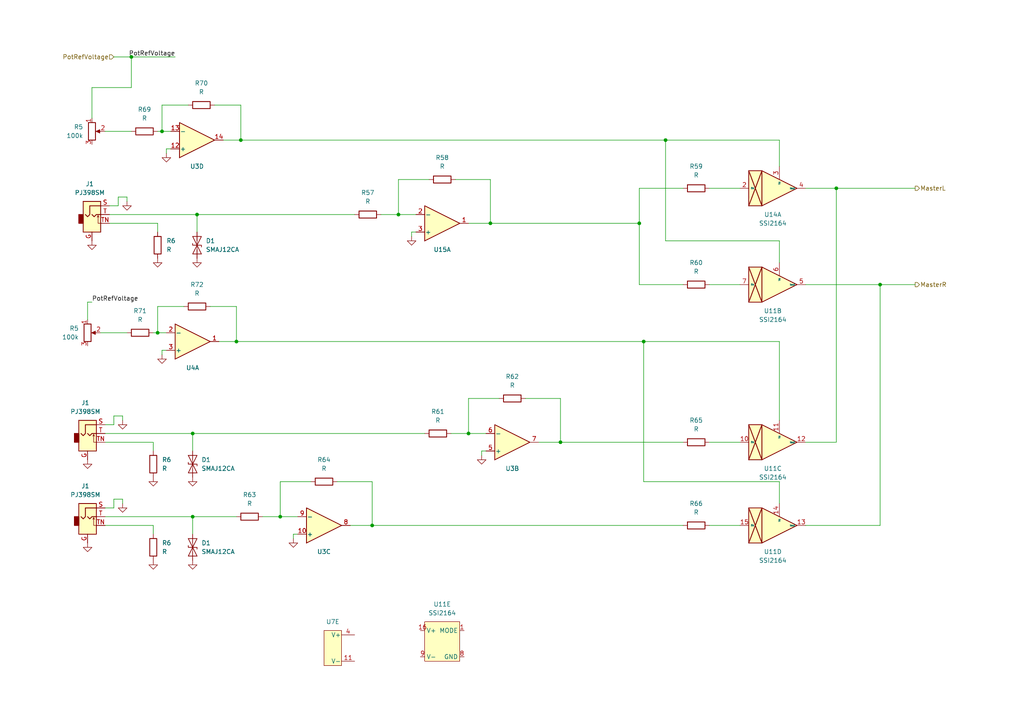
<source format=kicad_sch>
(kicad_sch (version 20230121) (generator eeschema)
  (paper "A4")
  (lib_symbols
    (symbol "Device:R" (pin_numbers hide) (pin_names (offset 0))
      (property "Reference" "R" (at 2.032 0 90))
      (property "Value" "R" (at 0 0 90))
      (symbol "R_0_1"
        (rectangle (start -1.016 -2.54) (end 1.016 2.54) (stroke (width 0.254)))
      )
      (symbol "R_1_1"
        (pin passive line (at 0 3.81 270) (length 1.27) (name "~") (number "1"))
        (pin passive line (at 0 -3.81 90) (length 1.27) (name "~") (number "2"))
      )
    )
    (symbol "Diode:SMAJ12CA" (pin_numbers hide) (pin_names (offset 1.016) hide)
      (property "Reference" "D" (at 0 2.54 0))
      (property "Value" "SMAJ12CA" (at 0 -2.54 0))
      (symbol "SMAJ12CA_0_1"
        (polyline (pts (xy 1.27 0) (xy -1.27 0)))
        (polyline (pts (xy -2.54 -1.27) (xy 0 0) (xy -2.54 1.27) (xy -2.54 -1.27)) (stroke (width 0.2032)))
        (polyline (pts (xy 0.508 1.27) (xy 0 1.27) (xy 0 -1.27) (xy -0.508 -1.27)) (stroke (width 0.2032)))
        (polyline (pts (xy 2.54 1.27) (xy 2.54 -1.27) (xy 0 0) (xy 2.54 1.27)) (stroke (width 0.2032)))
      )
      (symbol "SMAJ12CA_1_1"
        (pin passive line (at -3.81 0 0) (length 2.54) (name "A1") (number "1"))
        (pin passive line (at 3.81 0 180) (length 2.54) (name "A2") (number "2"))
      )
    )
    (symbol "WillItBlend:PJ398SM"
      (property "Reference" "J" (at 0 8.89 0))
      (property "Value" "PJ398SM" (at 0 6.35 0))
      (symbol "PJ398SM_0_1"
        (rectangle (start -2.54 0) (end -3.81 -2.54) (stroke (width 0.254)) (fill (type outline)))
        (polyline (pts (xy 1.778 -0.254) (xy 2.032 -0.762)))
        (polyline (pts (xy 0 0) (xy 0.635 -0.635) (xy 1.27 0) (xy 2.54 0)) (stroke (width 0.254)))
        (polyline (pts (xy 2.54 -2.54) (xy 1.778 -2.54) (xy 1.778 -0.254) (xy 1.524 -0.762)))
        (polyline (pts (xy 2.54 2.54) (xy -0.635 2.54) (xy -0.635 0) (xy -1.27 -0.635) (xy -1.905 0)) (stroke (width 0.254)))
        (rectangle (start 2.54 3.81) (end -2.54 -5.08) (stroke (width 0.254)) (fill (type background)))
      )
      (symbol "PJ398SM_1_1"
        (pin passive line (at 0 -7.62 90) (length 2.54) (name "~") (number "G"))
        (pin passive line (at 5.08 2.54 180) (length 2.54) (name "~") (number "S"))
        (pin passive line (at 5.08 0 180) (length 2.54) (name "~") (number "T"))
        (pin passive line (at 5.08 -2.54 180) (length 2.54) (name "~") (number "TN"))
      )
    )
    (symbol "WillItBlend:R0904N-B100K-L25-KQ" (pin_names (offset 1.016) hide)
      (property "Reference" "R" (at -5.08 1.27 0))
      (property "Value" "100k" (at -3.81 -1.27 0))
      (symbol "R0904N-B100K-L25-KQ_0_1"
        (polyline (pts (xy 2.54 0) (xy 1.524 0)))
        (polyline (pts (xy 1.143 0) (xy 2.286 0.508) (xy 2.286 -0.508) (xy 1.143 0)) (fill (type outline)))
        (rectangle (start 1.016 2.54) (end -1.016 -2.54) (stroke (width 0.254)))
      )
      (symbol "R0904N-B100K-L25-KQ_1_1"
        (pin passive line (at 0 3.81 270) (length 1.27) (name "1") (number "1"))
        (pin passive line (at 3.81 0 180) (length 1.27) (name "2") (number "2"))
        (pin passive line (at 0 -3.81 90) (length 1.27) (name "3") (number "3"))
      )
    )
    (symbol "WillItBlend:SSI2164-multiunit"
      (property "Reference" "U" (at -8.89 7.62 0))
      (property "Value" "SSI2164" (at -5.08 0 0))
      (symbol "SSI2164-multiunit_1_1"
        (polyline (pts (xy -8.89 -5.08) (xy -5.08 5.08) (xy -5.08 -5.08) (xy -8.89 5.08)) (stroke (width 0.254)))
        (polyline (pts (xy -5.08 5.08) (xy 5.08 0) (xy -5.08 -5.08) (xy -8.89 -5.08) (xy -8.89 5.08) (xy -5.08 5.08)) (stroke (width 0.254)) (fill (type background)))
        (pin input line (at -11.43 0 0) (length 2.54) (name "Iin") (number "2"))
        (pin input line (at 0 6.35 270) (length 3.8) (name "Vc") (number "3"))
        (pin output line (at 7.62 0 180) (length 2.54) (name "Iout") (number "4"))
      )
      (symbol "SSI2164-multiunit_2_1"
        (polyline (pts (xy -8.89 -5.08) (xy -5.08 5.08) (xy -5.08 -5.08) (xy -8.89 5.08)) (stroke (width 0.254)))
        (polyline (pts (xy -5.08 5.08) (xy 5.08 0) (xy -5.08 -5.08) (xy -8.89 -5.08) (xy -8.89 5.08) (xy -5.08 5.08)) (stroke (width 0.254)) (fill (type background)))
        (pin output line (at 7.62 0 180) (length 2.54) (name "Iout") (number "5"))
        (pin input line (at 0 6.35 270) (length 3.8) (name "Vc") (number "6"))
        (pin input line (at -11.43 0 0) (length 2.54) (name "Iin") (number "7"))
      )
      (symbol "SSI2164-multiunit_3_1"
        (polyline (pts (xy -8.89 -5.08) (xy -5.08 5.08) (xy -5.08 -5.08) (xy -8.89 5.08)) (stroke (width 0.254)))
        (polyline (pts (xy -5.08 5.08) (xy 5.08 0) (xy -5.08 -5.08) (xy -8.89 -5.08) (xy -8.89 5.08) (xy -5.08 5.08)) (stroke (width 0.254)) (fill (type background)))
        (pin input line (at -11.43 0 0) (length 2.54) (name "Iin") (number "10"))
        (pin input line (at 0 6.35 270) (length 3.8) (name "Vc") (number "11"))
        (pin output line (at 7.62 0 180) (length 2.54) (name "Iout") (number "12"))
      )
      (symbol "SSI2164-multiunit_4_1"
        (polyline (pts (xy -8.89 -5.08) (xy -5.08 5.08) (xy -5.08 -5.08) (xy -8.89 5.08)) (stroke (width 0.254)))
        (polyline (pts (xy -5.08 5.08) (xy 5.08 0) (xy -5.08 -5.08) (xy -8.89 -5.08) (xy -8.89 5.08) (xy -5.08 5.08)) (stroke (width 0.254)) (fill (type background)))
        (pin output line (at 7.62 0 180) (length 2.54) (name "Iout") (number "13"))
        (pin input line (at 0 6.35 270) (length 3.8) (name "Vc") (number "14"))
        (pin input line (at -11.43 0 0) (length 2.54) (name "Iin") (number "15"))
      )
      (symbol "SSI2164-multiunit_5_1"
        (rectangle (start -5.08 6.35) (end 5.08 -5.08) (fill (type background)))
        (pin power_in line (at 6.35 3.81 180) (length 1.27) (name "MODE") (number "1"))
        (pin power_in line (at -6.35 3.81 0) (length 1.27) (name "V+") (number "16"))
        (pin power_in line (at 6.35 -3.81 180) (length 1.27) (name "GND") (number "8"))
        (pin power_in line (at -6.35 -3.81 0) (length 1.27) (name "V-") (number "9"))
      )
    )
    (symbol "WillItBlend:TL074HIDYYR" (pin_names (offset 0.127))
      (property "Reference" "U" (at 0 5.08 0))
      (symbol "TL074HIDYYR_1_1"
        (polyline (pts (xy -5.08 5.08) (xy 5.08 0) (xy -5.08 -5.08) (xy -5.08 5.08)) (stroke (width 0.254)) (fill (type background)))
        (pin output line (at 7.62 0 180) (length 2.54) (name "~") (number "1"))
        (pin input line (at -7.62 -2.54 0) (length 2.54) (name "-") (number "2"))
        (pin input line (at -7.62 2.54 0) (length 2.54) (name "+") (number "3"))
      )
      (symbol "TL074HIDYYR_2_1"
        (polyline (pts (xy -5.08 5.08) (xy 5.08 0) (xy -5.08 -5.08) (xy -5.08 5.08)) (stroke (width 0.254)) (fill (type background)))
        (pin input line (at -7.62 2.54 0) (length 2.54) (name "+") (number "5"))
        (pin input line (at -7.62 -2.54 0) (length 2.54) (name "-") (number "6"))
        (pin output line (at 7.62 0 180) (length 2.54) (name "~") (number "7"))
      )
      (symbol "TL074HIDYYR_3_1"
        (polyline (pts (xy -5.08 5.08) (xy 5.08 0) (xy -5.08 -5.08) (xy -5.08 5.08)) (stroke (width 0.254)) (fill (type background)))
        (pin input line (at -7.62 2.54 0) (length 2.54) (name "+") (number "10"))
        (pin output line (at 7.62 0 180) (length 2.54) (name "~") (number "8"))
        (pin input line (at -7.62 -2.54 0) (length 2.54) (name "-") (number "9"))
      )
      (symbol "TL074HIDYYR_4_1"
        (polyline (pts (xy -5.08 5.08) (xy 5.08 0) (xy -5.08 -5.08) (xy -5.08 5.08)) (stroke (width 0.254)) (fill (type background)))
        (pin input line (at -7.62 2.54 0) (length 2.54) (name "+") (number "12"))
        (pin input line (at -7.62 -2.54 0) (length 2.54) (name "-") (number "13"))
        (pin output line (at 7.62 0 180) (length 2.54) (name "~") (number "14"))
      )
      (symbol "TL074HIDYYR_5_1"
        (rectangle (start -2.54 5.08) (end 2.54 -5.08) (fill (type background)))
        (pin power_in line (at 6.35 -3.81 180) (length 3.81) (name "V-") (number "11"))
        (pin power_in line (at 6.35 3.81 180) (length 3.81) (name "V+") (number "4"))
      )
    )
    (symbol "power:GND" (power) (pin_names (offset 0))
      (property "Value" "GND" (at 0 -3.81 0))
      (symbol "GND_0_1"
        (polyline (pts (xy 0 0) (xy 0 -1.27) (xy 1.27 -1.27) (xy 0 -2.54) (xy -1.27 -1.27) (xy 0 -1.27)))
      )
      (symbol "GND_1_1"
        (pin power_in line (at 0 0 270) (length 0) hide (name "GND") (number "1"))
      )
    )
  )
  (junction (at 115.57 62.23))
  (junction (at 81.28 149.86))
  (junction (at 45.72 96.52))
  (junction (at 185.42 64.77))
  (junction (at 242.57 54.61))
  (junction (at 69.85 40.64))
  (junction (at 55.88 149.86))
  (junction (at 57.15 62.23))
  (junction (at 68.58 99.06))
  (junction (at 107.95 152.4))
  (junction (at 162.56 128.27))
  (junction (at 255.27 82.55))
  (junction (at 193.04 40.64))
  (junction (at 55.88 125.73))
  (junction (at 186.69 99.06))
  (junction (at 135.89 125.73))
  (junction (at 38.1 16.51))
  (junction (at 46.99 38.1))
  (junction (at 142.24 64.77))
  (wire (pts (xy 35.56 120.65) (xy 35.56 121.92)))
  (wire (pts (xy 205.74 128.27) (xy 214.63 128.27)))
  (wire (pts (xy 124.46 52.07) (xy 115.57 52.07)))
  (wire (pts (xy 33.02 120.65) (xy 35.56 120.65)))
  (wire (pts (xy 45.72 96.52) (xy 48.26 96.52)))
  (wire (pts (xy 115.57 52.07) (xy 115.57 62.23)))
  (wire (pts (xy 162.56 115.57) (xy 152.4 115.57)))
  (wire (pts (xy 233.68 152.4) (xy 255.27 152.4)))
  (wire (pts (xy 233.68 82.55) (xy 255.27 82.55)))
  (wire (pts (xy 55.88 125.73) (xy 55.88 130.81)))
  (wire (pts (xy 85.09 156.21) (xy 85.09 154.94)))
  (wire (pts (xy 186.69 139.7) (xy 186.69 99.06)))
  (wire (pts (xy 135.89 115.57) (xy 135.89 125.73)))
  (wire (pts (xy 101.6 152.4) (xy 107.95 152.4)))
  (wire (pts (xy 69.85 30.48) (xy 69.85 40.64)))
  (wire (pts (xy 162.56 115.57) (xy 162.56 128.27)))
  (wire (pts (xy 233.68 54.61) (xy 242.57 54.61)))
  (wire (pts (xy 64.77 40.64) (xy 69.85 40.64)))
  (wire (pts (xy 226.06 40.64) (xy 226.06 48.26)))
  (wire (pts (xy 25.4 92.71) (xy 25.4 87.63)))
  (wire (pts (xy 45.72 88.9) (xy 45.72 96.52)))
  (wire (pts (xy 81.28 139.7) (xy 81.28 149.86)))
  (wire (pts (xy 226.06 146.05) (xy 226.06 139.7)))
  (wire (pts (xy 35.56 144.78) (xy 35.56 146.05)))
  (wire (pts (xy 110.49 62.23) (xy 115.57 62.23)))
  (wire (pts (xy 193.04 40.64) (xy 193.04 69.85)))
  (wire (pts (xy 62.23 30.48) (xy 69.85 30.48)))
  (wire (pts (xy 135.89 125.73) (xy 140.97 125.73)))
  (wire (pts (xy 68.58 99.06) (xy 186.69 99.06)))
  (wire (pts (xy 44.45 128.27) (xy 44.45 130.81)))
  (wire (pts (xy 119.38 68.58) (xy 119.38 67.31)))
  (wire (pts (xy 53.34 88.9) (xy 45.72 88.9)))
  (wire (pts (xy 30.48 125.73) (xy 55.88 125.73)))
  (wire (pts (xy 162.56 128.27) (xy 198.12 128.27)))
  (wire (pts (xy 68.58 88.9) (xy 68.58 99.06)))
  (wire (pts (xy 69.85 40.64) (xy 193.04 40.64)))
  (wire (pts (xy 186.69 99.06) (xy 226.06 99.06)))
  (wire (pts (xy 30.48 38.1) (xy 38.1 38.1)))
  (wire (pts (xy 31.75 64.77) (xy 45.72 64.77)))
  (wire (pts (xy 34.29 59.69) (xy 34.29 57.15)))
  (wire (pts (xy 45.72 64.77) (xy 45.72 67.31)))
  (wire (pts (xy 139.7 132.08) (xy 139.7 130.81)))
  (wire (pts (xy 45.72 38.1) (xy 46.99 38.1)))
  (wire (pts (xy 44.45 152.4) (xy 44.45 154.94)))
  (wire (pts (xy 119.38 67.31) (xy 120.65 67.31)))
  (wire (pts (xy 29.21 96.52) (xy 36.83 96.52)))
  (wire (pts (xy 226.06 76.2) (xy 226.06 69.85)))
  (wire (pts (xy 31.75 62.23) (xy 57.15 62.23)))
  (wire (pts (xy 31.75 59.69) (xy 34.29 59.69)))
  (wire (pts (xy 49.53 43.18) (xy 48.26 43.18)))
  (wire (pts (xy 214.63 54.61) (xy 205.74 54.61)))
  (wire (pts (xy 198.12 54.61) (xy 185.42 54.61)))
  (wire (pts (xy 48.26 101.6) (xy 46.99 101.6)))
  (wire (pts (xy 50.8 16.51) (xy 38.1 16.51)))
  (wire (pts (xy 90.17 139.7) (xy 81.28 139.7)))
  (wire (pts (xy 233.68 128.27) (xy 242.57 128.27)))
  (wire (pts (xy 38.1 25.4) (xy 38.1 16.51)))
  (wire (pts (xy 193.04 40.64) (xy 226.06 40.64)))
  (wire (pts (xy 44.45 96.52) (xy 45.72 96.52)))
  (wire (pts (xy 57.15 62.23) (xy 57.15 67.31)))
  (wire (pts (xy 205.74 152.4) (xy 214.63 152.4)))
  (wire (pts (xy 54.61 30.48) (xy 46.99 30.48)))
  (wire (pts (xy 30.48 128.27) (xy 44.45 128.27)))
  (wire (pts (xy 226.06 139.7) (xy 186.69 139.7)))
  (wire (pts (xy 46.99 30.48) (xy 46.99 38.1)))
  (wire (pts (xy 185.42 64.77) (xy 185.42 54.61)))
  (wire (pts (xy 142.24 52.07) (xy 142.24 64.77)))
  (wire (pts (xy 107.95 152.4) (xy 198.12 152.4)))
  (wire (pts (xy 255.27 152.4) (xy 255.27 82.55)))
  (wire (pts (xy 144.78 115.57) (xy 135.89 115.57)))
  (wire (pts (xy 36.83 57.15) (xy 36.83 58.42)))
  (wire (pts (xy 226.06 99.06) (xy 226.06 121.92)))
  (wire (pts (xy 255.27 82.55) (xy 265.43 82.55)))
  (wire (pts (xy 26.67 25.4) (xy 38.1 25.4)))
  (wire (pts (xy 48.26 43.18) (xy 48.26 44.45)))
  (wire (pts (xy 242.57 54.61) (xy 265.43 54.61)))
  (wire (pts (xy 63.5 99.06) (xy 68.58 99.06)))
  (wire (pts (xy 198.12 82.55) (xy 185.42 82.55)))
  (wire (pts (xy 107.95 139.7) (xy 107.95 152.4)))
  (wire (pts (xy 33.02 123.19) (xy 33.02 120.65)))
  (wire (pts (xy 76.2 149.86) (xy 81.28 149.86)))
  (wire (pts (xy 33.02 144.78) (xy 35.56 144.78)))
  (wire (pts (xy 34.29 57.15) (xy 36.83 57.15)))
  (wire (pts (xy 85.09 154.94) (xy 86.36 154.94)))
  (wire (pts (xy 25.4 87.63) (xy 26.67 87.63)))
  (wire (pts (xy 30.48 149.86) (xy 55.88 149.86)))
  (wire (pts (xy 115.57 62.23) (xy 120.65 62.23)))
  (wire (pts (xy 30.48 152.4) (xy 44.45 152.4)))
  (wire (pts (xy 130.81 125.73) (xy 135.89 125.73)))
  (wire (pts (xy 57.15 62.23) (xy 102.87 62.23)))
  (wire (pts (xy 46.99 38.1) (xy 49.53 38.1)))
  (wire (pts (xy 33.02 147.32) (xy 33.02 144.78)))
  (wire (pts (xy 142.24 52.07) (xy 132.08 52.07)))
  (wire (pts (xy 60.96 88.9) (xy 68.58 88.9)))
  (wire (pts (xy 38.1 16.51) (xy 33.02 16.51)))
  (wire (pts (xy 55.88 125.73) (xy 123.19 125.73)))
  (wire (pts (xy 30.48 123.19) (xy 33.02 123.19)))
  (wire (pts (xy 26.67 34.29) (xy 26.67 25.4)))
  (wire (pts (xy 30.48 147.32) (xy 33.02 147.32)))
  (wire (pts (xy 107.95 139.7) (xy 97.79 139.7)))
  (wire (pts (xy 55.88 149.86) (xy 68.58 149.86)))
  (wire (pts (xy 46.99 101.6) (xy 46.99 102.87)))
  (wire (pts (xy 135.89 64.77) (xy 142.24 64.77)))
  (wire (pts (xy 214.63 82.55) (xy 205.74 82.55)))
  (wire (pts (xy 139.7 130.81) (xy 140.97 130.81)))
  (wire (pts (xy 81.28 149.86) (xy 86.36 149.86)))
  (wire (pts (xy 185.42 64.77) (xy 142.24 64.77)))
  (wire (pts (xy 226.06 69.85) (xy 193.04 69.85)))
  (wire (pts (xy 55.88 149.86) (xy 55.88 154.94)))
  (wire (pts (xy 185.42 82.55) (xy 185.42 64.77)))
  (wire (pts (xy 156.21 128.27) (xy 162.56 128.27)))
  (wire (pts (xy 242.57 128.27) (xy 242.57 54.61)))
  (label "PotRefVoltage" (at 50.8 16.51 180))
  (label "PotRefVoltage" (at 26.67 87.63 0))
  (hierarchical_label "PotRefVoltage" (shape input) (at 33.02 16.51 180))
  (hierarchical_label "MasterR" (shape output) (at 265.43 82.55 0))
  (hierarchical_label "MasterL" (shape output) (at 265.43 54.61 0))
  (symbol (lib_id "WillItBlend:SSI2164-multiunit") (at 226.06 128.27 0) (unit 3)
    (property "Reference" "U11" (at 224.155 135.89 0))
    (property "Value" "SSI2164" (at 224.155 138.43 0))
    (property "Footprint" "Package_SO:SOIC-16_3.9x9.9mm_P1.27mm" (effects hide))
    (property "Datasheet" "http://www.soundsemiconductor.com/downloads/ssi2164datasheet.pdf" (effects hide))
  )
  (symbol (lib_id "Device:R") (at 44.45 134.62 0) (unit 1)
    (property "Reference" "R6" (at 46.99 133.35 0) (effects (justify left)))
    (property "Value" "R" (at 46.99 135.89 0) (effects (justify left)))
    (property "Footprint" "Resistor_SMD:R_0402_1005Metric_Pad0.72x0.64mm_HandSolder" (effects hide))
    (instances (project "WillItBlend" (path "" (reference "R6") (unit 1)) (path "" (reference "R55") (unit 1))))
  )
  (symbol (lib_id "power:GND") (at 25.4 133.35 0) (unit 1)
    (property "Reference" "#PWR013" (effects hide))
    (property "Value" "GND" (effects hide))
    (instances (project "WillItBlend" (path "" (reference "#PWR013") (unit 1)) (path "" (reference "#PWR057") (unit 1))))
  )
  (symbol (lib_id "WillItBlend:SSI2164-multiunit") (at 128.27 186.69 0) (unit 5)
    (property "Reference" "U11" (at 128.27 175.26 0))
    (property "Value" "SSI2164" (at 128.27 177.8 0))
    (property "Footprint" "Package_SO:SOIC-16_3.9x9.9mm_P1.27mm" (effects hide))
    (property "Datasheet" "http://www.soundsemiconductor.com/downloads/ssi2164datasheet.pdf" (effects hide))
  )
  (symbol (lib_id "Diode:SMAJ12CA") (at 55.88 158.75 90) (unit 1)
    (property "Reference" "D1" (at 58.42 157.48 90) (effects (justify right)))
    (property "Value" "SMAJ12CA" (at 58.42 160.02 90) (effects (justify right)))
    (property "Footprint" "Diode_SMD:D_SMA" (effects hide))
    (property "Datasheet" "https://www.littelfuse.com/media?resourcetype=datasheets&itemid=75e32973-b177-4ee3-a0ff-cedaf1abdb93&filename=smaj-datasheet" (effects hide))
    (instances (project "WillItBlend" (path "" (reference "D1") (unit 1)) (path "" (reference "D16") (unit 1))))
  )
  (symbol (lib_id "Device:R") (at 201.93 152.4 90) (unit 1)
    (property "Reference" "R66" (at 201.93 146.05 90))
    (property "Value" "R" (at 201.93 148.59 90))
  )
  (symbol (lib_id "power:GND") (at 44.45 138.43 0) (unit 1)
    (property "Reference" "#PWR022" (effects hide))
    (property "Value" "GND" (effects hide))
    (instances (project "WillItBlend" (path "" (reference "#PWR022") (unit 1)) (path "" (reference "#PWR059") (unit 1))))
  )
  (symbol (lib_id "Device:R") (at 44.45 158.75 0) (unit 1)
    (property "Reference" "R6" (at 46.99 157.48 0) (effects (justify left)))
    (property "Value" "R" (at 46.99 160.02 0) (effects (justify left)))
    (property "Footprint" "Resistor_SMD:R_0402_1005Metric_Pad0.72x0.64mm_HandSolder" (effects hide))
    (instances (project "WillItBlend" (path "" (reference "R6") (unit 1)) (path "" (reference "R56") (unit 1))))
  )
  (symbol (lib_id "Device:R") (at 201.93 54.61 90) (unit 1)
    (property "Reference" "R59" (at 201.93 48.26 90))
    (property "Value" "R" (at 201.93 50.8 90))
  )
  (symbol (lib_id "power:GND") (at 44.45 162.56 0) (unit 1)
    (property "Reference" "#PWR022" (effects hide))
    (property "Value" "GND" (effects hide))
    (instances (project "WillItBlend" (path "" (reference "#PWR022") (unit 1)) (path "" (reference "#PWR063") (unit 1))))
  )
  (symbol (lib_id "power:GND") (at 48.26 44.45 0) (unit 1)
    (property "Reference" "#PWR021" (effects hide))
    (property "Value" "GND" (effects hide))
    (instances (project "WillItBlend" (path "" (reference "#PWR021") (unit 1)) (path "" (reference "#PWR069") (unit 1))))
  )
  (symbol (lib_id "power:GND") (at 139.7 132.08 0) (unit 1)
    (property "Reference" "#PWR021" (effects hide))
    (property "Value" "GND" (effects hide))
    (instances (project "WillItBlend" (path "" (reference "#PWR021") (unit 1)) (path "" (reference "#PWR066") (unit 1))))
  )
  (symbol (lib_id "Diode:SMAJ12CA") (at 57.15 71.12 90) (unit 1)
    (property "Reference" "D1" (at 59.69 69.85 90) (effects (justify right)))
    (property "Value" "SMAJ12CA" (at 59.69 72.39 90) (effects (justify right)))
    (property "Footprint" "Diode_SMD:D_SMA" (effects hide))
    (property "Datasheet" "https://www.littelfuse.com/media?resourcetype=datasheets&itemid=75e32973-b177-4ee3-a0ff-cedaf1abdb93&filename=smaj-datasheet" (effects hide))
    (instances (project "WillItBlend" (path "" (reference "D1") (unit 1)) (path "" (reference "D14") (unit 1))))
  )
  (symbol (lib_id "power:GND") (at 57.15 74.93 0) (unit 1)
    (property "Reference" "#PWR024" (effects hide))
    (property "Value" "GND" (effects hide))
    (instances (project "WillItBlend" (path "" (reference "#PWR024") (unit 1)) (path "" (reference "#PWR056") (unit 1))))
  )
  (symbol (lib_id "Device:R") (at 201.93 82.55 90) (unit 1)
    (property "Reference" "R60" (at 201.93 76.2 90))
    (property "Value" "R" (at 201.93 78.74 90))
  )
  (symbol (lib_id "Device:R") (at 45.72 71.12 0) (unit 1)
    (property "Reference" "R6" (at 48.26 69.85 0) (effects (justify left)))
    (property "Value" "R" (at 48.26 72.39 0) (effects (justify left)))
    (property "Footprint" "Resistor_SMD:R_0402_1005Metric_Pad0.72x0.64mm_HandSolder" (effects hide))
    (instances (project "WillItBlend" (path "" (reference "R6") (unit 1)) (path "" (reference "R53") (unit 1))))
  )
  (symbol (lib_id "Device:R") (at 57.15 88.9 90) (unit 1)
    (property "Reference" "R72" (at 57.15 82.55 90))
    (property "Value" "R" (at 57.15 85.09 90))
  )
  (symbol (lib_id "WillItBlend:SSI2164-multiunit") (at 226.06 82.55 0) (unit 2)
    (property "Reference" "U11" (at 224.155 90.17 0))
    (property "Value" "SSI2164" (at 224.155 92.71 0))
    (property "Footprint" "Package_SO:SOIC-16_3.9x9.9mm_P1.27mm" (effects hide))
    (property "Datasheet" "http://www.soundsemiconductor.com/downloads/ssi2164datasheet.pdf" (effects hide))
  )
  (symbol (lib_id "Device:R") (at 201.93 128.27 90) (unit 1)
    (property "Reference" "R65" (at 201.93 121.92 90))
    (property "Value" "R" (at 201.93 124.46 90))
  )
  (symbol (lib_id "power:GND") (at 26.67 69.85 0) (unit 1)
    (property "Reference" "#PWR013" (effects hide))
    (property "Value" "GND" (effects hide))
    (instances (project "WillItBlend" (path "" (reference "#PWR013") (unit 1)) (path "" (reference "#PWR052") (unit 1))))
  )
  (symbol (lib_id "power:GND") (at 25.4 157.48 0) (unit 1)
    (property "Reference" "#PWR013" (effects hide))
    (property "Value" "GND" (effects hide))
    (instances (project "WillItBlend" (path "" (reference "#PWR013") (unit 1)) (path "" (reference "#PWR061") (unit 1))))
  )
  (symbol (lib_id "Device:R") (at 93.98 139.7 90) (unit 1)
    (property "Reference" "R64" (at 93.98 133.35 90))
    (property "Value" "R" (at 93.98 135.89 90))
  )
  (symbol (lib_id "Device:R") (at 148.59 115.57 90) (unit 1)
    (property "Reference" "R62" (at 148.59 109.22 90))
    (property "Value" "R" (at 148.59 111.76 90))
  )
  (symbol (lib_id "power:GND") (at 46.99 102.87 0) (unit 1)
    (property "Reference" "#PWR021" (effects hide))
    (property "Value" "GND" (effects hide))
    (instances (project "WillItBlend" (path "" (reference "#PWR021") (unit 1)) (path "" (reference "#PWR068") (unit 1))))
  )
  (symbol (lib_id "Device:R") (at 41.91 38.1 90) (unit 1)
    (property "Reference" "R69" (at 41.91 31.75 90))
    (property "Value" "R" (at 41.91 34.29 90))
  )
  (symbol (lib_id "power:GND") (at 45.72 74.93 0) (unit 1)
    (property "Reference" "#PWR022" (effects hide))
    (property "Value" "GND" (effects hide))
    (instances (project "WillItBlend" (path "" (reference "#PWR022") (unit 1)) (path "" (reference "#PWR055") (unit 1))))
  )
  (symbol (lib_id "power:GND") (at 55.88 138.43 0) (unit 1)
    (property "Reference" "#PWR024" (effects hide))
    (property "Value" "GND" (effects hide))
    (instances (project "WillItBlend" (path "" (reference "#PWR024") (unit 1)) (path "" (reference "#PWR060") (unit 1))))
  )
  (symbol (lib_id "WillItBlend:TL074HIDYYR") (at 55.88 99.06 0) (mirror x) (unit 1)
    (property "Reference" "U4" (at 55.88 106.68 0))
    (property "Value" "TL074HIDYYR" (effects hide))
    (property "Footprint" "WillItBlend:SOT-23-THIN" (effects hide))
    (property "Datasheet" "http://www.ti.com/lit/ds/symlink/tl071.pdf" (effects hide))
  )
  (symbol (lib_id "power:GND") (at 55.88 162.56 0) (unit 1)
    (property "Reference" "#PWR024" (effects hide))
    (property "Value" "GND" (effects hide))
    (instances (project "WillItBlend" (path "" (reference "#PWR024") (unit 1)) (path "" (reference "#PWR064") (unit 1))))
  )
  (symbol (lib_id "Device:R") (at 40.64 96.52 90) (unit 1)
    (property "Reference" "R71" (at 40.64 90.17 90))
    (property "Value" "R" (at 40.64 92.71 90))
  )
  (symbol (lib_id "power:GND") (at 85.09 156.21 0) (unit 1)
    (property "Reference" "#PWR021" (effects hide))
    (property "Value" "GND" (effects hide))
    (instances (project "WillItBlend" (path "" (reference "#PWR021") (unit 1)) (path "" (reference "#PWR067") (unit 1))))
  )
  (symbol (lib_id "Diode:SMAJ12CA") (at 55.88 134.62 90) (unit 1)
    (property "Reference" "D1" (at 58.42 133.35 90) (effects (justify right)))
    (property "Value" "SMAJ12CA" (at 58.42 135.89 90) (effects (justify right)))
    (property "Footprint" "Diode_SMD:D_SMA" (effects hide))
    (property "Datasheet" "https://www.littelfuse.com/media?resourcetype=datasheets&itemid=75e32973-b177-4ee3-a0ff-cedaf1abdb93&filename=smaj-datasheet" (effects hide))
    (instances (project "WillItBlend" (path "" (reference "D1") (unit 1)) (path "" (reference "D15") (unit 1))))
  )
  (symbol (lib_id "power:GND") (at 119.38 68.58 0) (unit 1)
    (property "Reference" "#PWR021" (effects hide))
    (property "Value" "GND" (effects hide))
    (instances (project "WillItBlend" (path "" (reference "#PWR021") (unit 1)) (path "" (reference "#PWR065") (unit 1))))
  )
  (symbol (lib_id "WillItBlend:PJ398SM") (at 26.67 62.23 0) (unit 1)
    (property "Reference" "J1" (at 26.035 53.34 0))
    (property "Value" "PJ398SM" (at 26.035 55.88 0))
    (property "Footprint" "WillItBlend:PJ398SM" (effects hide))
    (property "Datasheet" "https://www.thonk.co.uk/wp-content/uploads/2018/07/Thonkiconn_Jack_Datasheet-new.jpg" (effects hide))
    (instances (project "WillItBlend" (path "" (reference "J1") (unit 1)) (path "" (reference "J3") (unit 1))))
  )
  (symbol (lib_id "WillItBlend:SSI2164-multiunit") (at 226.06 152.4 0) (unit 4)
    (property "Reference" "U11" (at 224.155 160.02 0))
    (property "Value" "SSI2164" (at 224.155 162.56 0))
    (property "Footprint" "Package_SO:SOIC-16_3.9x9.9mm_P1.27mm" (effects hide))
    (property "Datasheet" "http://www.soundsemiconductor.com/downloads/ssi2164datasheet.pdf" (effects hide))
  )
  (symbol (lib_id "WillItBlend:TL074HIDYYR") (at 96.52 187.96 0) (unit 5)
    (property "Reference" "U7" (at 96.52 180.34 0))
    (property "Value" "TL074HIDYYR" (effects hide))
    (property "Footprint" "WillItBlend:SOT-23-THIN" (effects hide))
    (property "Datasheet" "http://www.ti.com/lit/ds/symlink/tl071.pdf" (effects hide))
  )
  (symbol (lib_id "WillItBlend:PJ398SM") (at 25.4 125.73 0) (unit 1)
    (property "Reference" "J1" (at 24.765 116.84 0))
    (property "Value" "PJ398SM" (at 24.765 119.38 0))
    (property "Footprint" "WillItBlend:PJ398SM" (effects hide))
    (property "Datasheet" "https://www.thonk.co.uk/wp-content/uploads/2018/07/Thonkiconn_Jack_Datasheet-new.jpg" (effects hide))
    (instances (project "WillItBlend" (path "" (reference "J1") (unit 1)) (path "" (reference "J4") (unit 1))))
  )
  (symbol (lib_id "Device:R") (at 58.42 30.48 90) (unit 1)
    (property "Reference" "R70" (at 58.42 24.13 90))
    (property "Value" "R" (at 58.42 26.67 90))
  )
  (symbol (lib_id "WillItBlend:TL074HIDYYR") (at 148.59 128.27 0) (mirror x) (unit 2)
    (property "Reference" "U3" (at 148.59 135.89 0))
    (property "Value" "TL074HIDYYR" (effects hide))
    (property "Footprint" "WillItBlend:SOT-23-THIN" (effects hide))
    (property "Datasheet" "http://www.ti.com/lit/ds/symlink/tl071.pdf" (effects hide))
  )
  (symbol (lib_id "power:GND") (at 35.56 146.05 0) (unit 1)
    (property "Reference" "#PWR021" (effects hide))
    (property "Value" "GND" (effects hide))
    (instances (project "WillItBlend" (path "" (reference "#PWR021") (unit 1)) (path "" (reference "#PWR062") (unit 1))))
  )
  (symbol (lib_id "Device:R") (at 106.68 62.23 90) (unit 1)
    (property "Reference" "R57" (at 106.68 55.88 90))
    (property "Value" "R" (at 106.68 58.42 90))
  )
  (symbol (lib_id "WillItBlend:TL074HIDYYR") (at 57.15 40.64 0) (mirror x) (unit 4)
    (property "Reference" "U3" (at 57.15 48.26 0))
    (property "Value" "TL074HIDYYR" (effects hide))
    (property "Footprint" "WillItBlend:SOT-23-THIN" (effects hide))
    (property "Datasheet" "http://www.ti.com/lit/ds/symlink/tl071.pdf" (effects hide))
  )
  (symbol (lib_id "Device:R") (at 128.27 52.07 90) (unit 1)
    (property "Reference" "R58" (at 128.27 45.72 90))
    (property "Value" "R" (at 128.27 48.26 90))
  )
  (symbol (lib_id "WillItBlend:PJ398SM") (at 25.4 149.86 0) (unit 1)
    (property "Reference" "J1" (at 24.765 140.97 0))
    (property "Value" "PJ398SM" (at 24.765 143.51 0))
    (property "Footprint" "WillItBlend:PJ398SM" (effects hide))
    (property "Datasheet" "https://www.thonk.co.uk/wp-content/uploads/2018/07/Thonkiconn_Jack_Datasheet-new.jpg" (effects hide))
    (instances (project "WillItBlend" (path "" (reference "J1") (unit 1)) (path "" (reference "J5") (unit 1))))
  )
  (symbol (lib_id "WillItBlend:TL074HIDYYR") (at 93.98 152.4 0) (mirror x) (unit 3)
    (property "Reference" "U3" (at 93.98 160.02 0))
    (property "Value" "TL074HIDYYR" (effects hide))
    (property "Footprint" "WillItBlend:SOT-23-THIN" (effects hide))
    (property "Datasheet" "http://www.ti.com/lit/ds/symlink/tl071.pdf" (effects hide))
  )
  (symbol (lib_id "Device:R") (at 127 125.73 90) (unit 1)
    (property "Reference" "R61" (at 127 119.38 90))
    (property "Value" "R" (at 127 121.92 90))
  )
  (symbol (lib_id "WillItBlend:TL074HIDYYR") (at 128.27 64.77 0) (mirror x) (unit 1)
    (property "Reference" "U15" (at 128.27 72.39 0))
    (property "Value" "TL074HIDYYR" (effects hide))
    (property "Footprint" "WillItBlend:SOT-23-THIN" (effects hide))
    (property "Datasheet" "http://www.ti.com/lit/ds/symlink/tl071.pdf" (effects hide))
  )
  (symbol (lib_id "power:GND") (at 35.56 121.92 0) (unit 1)
    (property "Reference" "#PWR021" (effects hide))
    (property "Value" "GND" (effects hide))
    (instances (project "WillItBlend" (path "" (reference "#PWR021") (unit 1)) (path "" (reference "#PWR058") (unit 1))))
  )
  (symbol (lib_id "WillItBlend:R0904N-B100K-L25-KQ") (at 26.67 38.1 0) (unit 1)
    (property "Reference" "R5" (at 24.13 36.83 0) (effects (justify right)))
    (property "Value" "100k" (at 24.13 39.37 0) (effects (justify right)))
    (property "Footprint" "WillItBlend:Potentiometer_SongHuei_9mm" (effects hide))
    (property "Datasheet" "https://www.thonk.co.uk/wp-content/uploads/2014/10/R0904N_Thonk.pdf" (effects hide))
    (instances (project "WillItBlend" (path "" (reference "R5") (unit 1)) (path "" (reference "R67") (unit 1))))
  )
  (symbol (lib_id "Device:R") (at 72.39 149.86 90) (unit 1)
    (property "Reference" "R63" (at 72.39 143.51 90))
    (property "Value" "R" (at 72.39 146.05 90))
  )
  (symbol (lib_id "WillItBlend:R0904N-B100K-L25-KQ") (at 25.4 96.52 0) (unit 1)
    (property "Reference" "R5" (at 22.86 95.25 0) (effects (justify right)))
    (property "Value" "100k" (at 22.86 97.79 0) (effects (justify right)))
    (property "Footprint" "WillItBlend:Potentiometer_SongHuei_9mm" (effects hide))
    (property "Datasheet" "https://www.thonk.co.uk/wp-content/uploads/2014/10/R0904N_Thonk.pdf" (effects hide))
    (instances (project "WillItBlend" (path "" (reference "R5") (unit 1)) (path "" (reference "R68") (unit 1))))
  )
  (symbol (lib_id "power:GND") (at 36.83 58.42 0) (unit 1)
    (property "Reference" "#PWR021" (effects hide))
    (property "Value" "GND" (effects hide))
    (instances (project "WillItBlend" (path "" (reference "#PWR021") (unit 1)) (path "" (reference "#PWR054") (unit 1))))
  )
  (symbol (lib_id "WillItBlend:SSI2164-multiunit") (at 226.06 54.61 0) (unit 1)
    (property "Reference" "U14" (at 224.155 62.23 0))
    (property "Value" "SSI2164" (at 224.155 64.77 0))
    (property "Footprint" "Package_SO:SOIC-16_3.9x9.9mm_P1.27mm" (effects hide))
    (property "Datasheet" "http://www.soundsemiconductor.com/downloads/ssi2164datasheet.pdf" (effects hide))
  )
)
</source>
